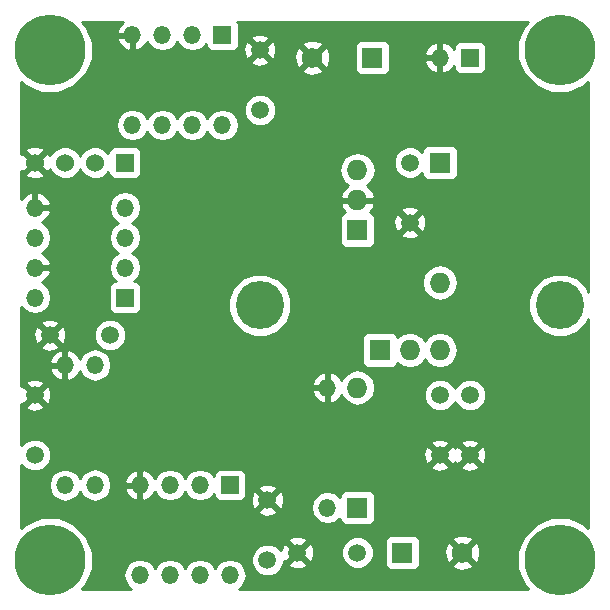
<source format=gbl>
G04 (created by PCBNEW (22-Jun-2014 BZR 4027)-stable) date Sun 25 Feb 2018 06:50:33 PM CST*
%MOIN*%
G04 Gerber Fmt 3.4, Leading zero omitted, Abs format*
%FSLAX34Y34*%
G01*
G70*
G90*
G04 APERTURE LIST*
%ADD10C,0.00590551*%
%ADD11R,0.069X0.069*%
%ADD12O,0.069X0.069*%
%ADD13O,0.059X0.059*%
%ADD14C,0.059*%
%ADD15R,0.059X0.059*%
%ADD16C,0.16*%
%ADD17C,0.069*%
%ADD18C,0.23622*%
%ADD19R,0.06X0.06*%
%ADD20C,0.06*%
%ADD21C,0.01*%
G04 APERTURE END LIST*
G54D10*
G54D11*
X59500Y-55750D03*
G54D12*
X59500Y-54750D03*
X59500Y-53750D03*
G54D11*
X60250Y-59750D03*
G54D12*
X61250Y-59750D03*
X62250Y-59750D03*
G54D13*
X50750Y-60250D03*
X50750Y-64250D03*
X49750Y-64250D03*
X49750Y-60250D03*
G54D14*
X56500Y-66750D03*
X56500Y-64750D03*
X56250Y-51750D03*
X56250Y-49750D03*
X51250Y-59250D03*
X49250Y-59250D03*
G54D15*
X55250Y-64250D03*
G54D13*
X54250Y-64250D03*
X53250Y-64250D03*
X52250Y-64250D03*
X52250Y-67250D03*
X53250Y-67250D03*
X55250Y-67250D03*
X54250Y-67250D03*
G54D15*
X51750Y-58000D03*
G54D13*
X51750Y-57000D03*
X51750Y-56000D03*
X51750Y-55000D03*
X48750Y-55000D03*
X48750Y-56000D03*
X48750Y-58000D03*
X48750Y-57000D03*
G54D15*
X55000Y-49250D03*
G54D13*
X54000Y-49250D03*
X53000Y-49250D03*
X52000Y-49250D03*
X52000Y-52250D03*
X53000Y-52250D03*
X55000Y-52250D03*
X54000Y-52250D03*
G54D16*
X66250Y-58250D03*
X56250Y-58250D03*
G54D11*
X61000Y-66500D03*
G54D17*
X63000Y-66500D03*
G54D11*
X60000Y-50000D03*
G54D17*
X58000Y-50000D03*
G54D18*
X49250Y-49750D03*
X49250Y-66750D03*
X66250Y-49750D03*
X66250Y-66750D03*
G54D14*
X63250Y-61250D03*
X63250Y-63250D03*
X62250Y-61250D03*
X62250Y-63250D03*
G54D13*
X58500Y-65000D03*
X58500Y-61000D03*
G54D15*
X63250Y-50000D03*
G54D13*
X62250Y-50000D03*
G54D14*
X59500Y-66500D03*
X57500Y-66500D03*
X61250Y-53500D03*
X61250Y-55500D03*
X48750Y-63250D03*
X48750Y-61250D03*
G54D19*
X51750Y-53500D03*
G54D20*
X50750Y-53500D03*
X49750Y-53500D03*
X48750Y-53500D03*
G54D11*
X59500Y-65000D03*
G54D12*
X59500Y-61000D03*
G54D11*
X62250Y-53500D03*
G54D12*
X62250Y-57500D03*
G54D10*
G36*
X67200Y-65676D02*
X67061Y-65537D01*
X66535Y-65319D01*
X65966Y-65318D01*
X65440Y-65536D01*
X65037Y-65938D01*
X64819Y-66464D01*
X64818Y-67033D01*
X65036Y-67559D01*
X65176Y-67700D01*
X63799Y-67700D01*
X63799Y-63330D01*
X63795Y-63238D01*
X63795Y-61142D01*
X63795Y-61141D01*
X63795Y-50245D01*
X63795Y-49655D01*
X63757Y-49563D01*
X63686Y-49493D01*
X63594Y-49455D01*
X63495Y-49454D01*
X62905Y-49454D01*
X62813Y-49492D01*
X62743Y-49563D01*
X62705Y-49655D01*
X62704Y-49706D01*
X62576Y-49563D01*
X62384Y-49471D01*
X62300Y-49519D01*
X62300Y-49950D01*
X62307Y-49950D01*
X62307Y-50050D01*
X62300Y-50050D01*
X62300Y-50480D01*
X62384Y-50528D01*
X62576Y-50436D01*
X62704Y-50293D01*
X62704Y-50344D01*
X62742Y-50436D01*
X62813Y-50506D01*
X62905Y-50544D01*
X63004Y-50545D01*
X63594Y-50545D01*
X63686Y-50507D01*
X63756Y-50436D01*
X63794Y-50344D01*
X63795Y-50245D01*
X63795Y-61141D01*
X63712Y-60941D01*
X63559Y-60788D01*
X63358Y-60705D01*
X63142Y-60704D01*
X62941Y-60787D01*
X62845Y-60884D01*
X62845Y-53795D01*
X62845Y-53105D01*
X62807Y-53013D01*
X62736Y-52943D01*
X62644Y-52905D01*
X62545Y-52904D01*
X62200Y-52904D01*
X62200Y-50480D01*
X62200Y-50050D01*
X62200Y-49950D01*
X62200Y-49519D01*
X62115Y-49471D01*
X61923Y-49563D01*
X61781Y-49721D01*
X61721Y-49865D01*
X61770Y-49950D01*
X62200Y-49950D01*
X62200Y-50050D01*
X61770Y-50050D01*
X61721Y-50134D01*
X61781Y-50278D01*
X61923Y-50436D01*
X62115Y-50528D01*
X62200Y-50480D01*
X62200Y-52904D01*
X61855Y-52904D01*
X61763Y-52942D01*
X61693Y-53013D01*
X61655Y-53105D01*
X61655Y-53134D01*
X61559Y-53038D01*
X61358Y-52955D01*
X61142Y-52954D01*
X60941Y-53037D01*
X60788Y-53190D01*
X60705Y-53391D01*
X60704Y-53607D01*
X60787Y-53808D01*
X60940Y-53961D01*
X61141Y-54044D01*
X61357Y-54045D01*
X61558Y-53962D01*
X61654Y-53865D01*
X61654Y-53894D01*
X61692Y-53986D01*
X61763Y-54056D01*
X61855Y-54094D01*
X61954Y-54095D01*
X62644Y-54095D01*
X62736Y-54057D01*
X62806Y-53986D01*
X62844Y-53894D01*
X62845Y-53795D01*
X62845Y-60884D01*
X62845Y-60884D01*
X62845Y-59761D01*
X62845Y-59738D01*
X62845Y-57511D01*
X62845Y-57488D01*
X62799Y-57260D01*
X62670Y-57067D01*
X62477Y-56938D01*
X62250Y-56893D01*
X62022Y-56938D01*
X61829Y-57067D01*
X61799Y-57111D01*
X61799Y-55580D01*
X61788Y-55364D01*
X61727Y-55215D01*
X61632Y-55188D01*
X61561Y-55259D01*
X61561Y-55117D01*
X61534Y-55022D01*
X61330Y-54950D01*
X61114Y-54961D01*
X60965Y-55022D01*
X60938Y-55117D01*
X61250Y-55429D01*
X61561Y-55117D01*
X61561Y-55259D01*
X61320Y-55500D01*
X61632Y-55811D01*
X61727Y-55784D01*
X61799Y-55580D01*
X61799Y-57111D01*
X61700Y-57260D01*
X61655Y-57488D01*
X61655Y-57511D01*
X61700Y-57739D01*
X61829Y-57932D01*
X62022Y-58061D01*
X62250Y-58106D01*
X62477Y-58061D01*
X62670Y-57932D01*
X62799Y-57739D01*
X62845Y-57511D01*
X62845Y-59738D01*
X62799Y-59510D01*
X62670Y-59317D01*
X62477Y-59188D01*
X62250Y-59143D01*
X62022Y-59188D01*
X61829Y-59317D01*
X61750Y-59436D01*
X61670Y-59317D01*
X61561Y-59244D01*
X61561Y-55882D01*
X61250Y-55570D01*
X61179Y-55641D01*
X61179Y-55500D01*
X60867Y-55188D01*
X60772Y-55215D01*
X60700Y-55419D01*
X60711Y-55635D01*
X60772Y-55784D01*
X60867Y-55811D01*
X61179Y-55500D01*
X61179Y-55641D01*
X60938Y-55882D01*
X60965Y-55977D01*
X61169Y-56049D01*
X61385Y-56038D01*
X61534Y-55977D01*
X61561Y-55882D01*
X61561Y-59244D01*
X61477Y-59188D01*
X61250Y-59143D01*
X61022Y-59188D01*
X60829Y-59317D01*
X60807Y-59263D01*
X60736Y-59193D01*
X60644Y-59155D01*
X60595Y-59155D01*
X60595Y-50295D01*
X60595Y-49605D01*
X60557Y-49513D01*
X60486Y-49443D01*
X60394Y-49405D01*
X60295Y-49404D01*
X59605Y-49404D01*
X59513Y-49442D01*
X59443Y-49513D01*
X59405Y-49605D01*
X59404Y-49704D01*
X59404Y-50394D01*
X59442Y-50486D01*
X59513Y-50556D01*
X59605Y-50594D01*
X59704Y-50595D01*
X60394Y-50595D01*
X60486Y-50557D01*
X60556Y-50486D01*
X60594Y-50394D01*
X60595Y-50295D01*
X60595Y-59155D01*
X60545Y-59154D01*
X60106Y-59154D01*
X60106Y-53750D01*
X60061Y-53522D01*
X59932Y-53329D01*
X59739Y-53200D01*
X59511Y-53155D01*
X59488Y-53155D01*
X59260Y-53200D01*
X59067Y-53329D01*
X58938Y-53522D01*
X58893Y-53750D01*
X58938Y-53977D01*
X59067Y-54170D01*
X59188Y-54251D01*
X59147Y-54270D01*
X58990Y-54441D01*
X58922Y-54607D01*
X58969Y-54700D01*
X59450Y-54700D01*
X59450Y-54692D01*
X59550Y-54692D01*
X59550Y-54700D01*
X60030Y-54700D01*
X60077Y-54607D01*
X60009Y-54441D01*
X59852Y-54270D01*
X59811Y-54251D01*
X59932Y-54170D01*
X60061Y-53977D01*
X60106Y-53750D01*
X60106Y-59154D01*
X60095Y-59154D01*
X60095Y-56045D01*
X60095Y-55355D01*
X60057Y-55263D01*
X59986Y-55193D01*
X59913Y-55162D01*
X60009Y-55058D01*
X60077Y-54892D01*
X60030Y-54800D01*
X59550Y-54800D01*
X59550Y-54807D01*
X59450Y-54807D01*
X59450Y-54800D01*
X58969Y-54800D01*
X58922Y-54892D01*
X58990Y-55058D01*
X59086Y-55162D01*
X59013Y-55192D01*
X58943Y-55263D01*
X58905Y-55355D01*
X58904Y-55454D01*
X58904Y-56144D01*
X58942Y-56236D01*
X59013Y-56306D01*
X59105Y-56344D01*
X59204Y-56345D01*
X59894Y-56345D01*
X59986Y-56307D01*
X60056Y-56236D01*
X60094Y-56144D01*
X60095Y-56045D01*
X60095Y-59154D01*
X59855Y-59154D01*
X59763Y-59192D01*
X59693Y-59263D01*
X59655Y-59355D01*
X59654Y-59454D01*
X59654Y-60144D01*
X59692Y-60236D01*
X59763Y-60306D01*
X59855Y-60344D01*
X59954Y-60345D01*
X60644Y-60345D01*
X60736Y-60307D01*
X60806Y-60236D01*
X60829Y-60182D01*
X61022Y-60311D01*
X61250Y-60356D01*
X61477Y-60311D01*
X61670Y-60182D01*
X61750Y-60063D01*
X61829Y-60182D01*
X62022Y-60311D01*
X62250Y-60356D01*
X62477Y-60311D01*
X62670Y-60182D01*
X62799Y-59989D01*
X62845Y-59761D01*
X62845Y-60884D01*
X62788Y-60940D01*
X62750Y-61032D01*
X62712Y-60941D01*
X62559Y-60788D01*
X62358Y-60705D01*
X62142Y-60704D01*
X61941Y-60787D01*
X61788Y-60940D01*
X61705Y-61141D01*
X61704Y-61357D01*
X61787Y-61558D01*
X61940Y-61711D01*
X62141Y-61794D01*
X62357Y-61795D01*
X62558Y-61712D01*
X62711Y-61559D01*
X62749Y-61467D01*
X62787Y-61558D01*
X62940Y-61711D01*
X63141Y-61794D01*
X63357Y-61795D01*
X63558Y-61712D01*
X63711Y-61559D01*
X63794Y-61358D01*
X63795Y-61142D01*
X63795Y-63238D01*
X63788Y-63114D01*
X63727Y-62965D01*
X63632Y-62938D01*
X63561Y-63009D01*
X63561Y-62867D01*
X63534Y-62772D01*
X63330Y-62700D01*
X63114Y-62711D01*
X62965Y-62772D01*
X62938Y-62867D01*
X63250Y-63179D01*
X63561Y-62867D01*
X63561Y-63009D01*
X63320Y-63250D01*
X63632Y-63561D01*
X63727Y-63534D01*
X63799Y-63330D01*
X63799Y-67700D01*
X63599Y-67700D01*
X63599Y-66592D01*
X63589Y-66356D01*
X63561Y-66289D01*
X63561Y-63632D01*
X63250Y-63320D01*
X63179Y-63391D01*
X63179Y-63250D01*
X62867Y-62938D01*
X62772Y-62965D01*
X62751Y-63024D01*
X62727Y-62965D01*
X62632Y-62938D01*
X62561Y-63009D01*
X62561Y-62867D01*
X62534Y-62772D01*
X62330Y-62700D01*
X62114Y-62711D01*
X61965Y-62772D01*
X61938Y-62867D01*
X62250Y-63179D01*
X62561Y-62867D01*
X62561Y-63009D01*
X62320Y-63250D01*
X62632Y-63561D01*
X62727Y-63534D01*
X62748Y-63475D01*
X62772Y-63534D01*
X62867Y-63561D01*
X63179Y-63250D01*
X63179Y-63391D01*
X62938Y-63632D01*
X62965Y-63727D01*
X63169Y-63799D01*
X63385Y-63788D01*
X63534Y-63727D01*
X63561Y-63632D01*
X63561Y-66289D01*
X63518Y-66185D01*
X63418Y-66152D01*
X63347Y-66222D01*
X63347Y-66081D01*
X63314Y-65981D01*
X63092Y-65900D01*
X62856Y-65910D01*
X62685Y-65981D01*
X62652Y-66081D01*
X63000Y-66429D01*
X63347Y-66081D01*
X63347Y-66222D01*
X63070Y-66500D01*
X63418Y-66847D01*
X63518Y-66814D01*
X63599Y-66592D01*
X63599Y-67700D01*
X63347Y-67700D01*
X63347Y-66918D01*
X63000Y-66570D01*
X62929Y-66641D01*
X62929Y-66500D01*
X62581Y-66152D01*
X62561Y-66158D01*
X62561Y-63632D01*
X62250Y-63320D01*
X62179Y-63391D01*
X62179Y-63250D01*
X61867Y-62938D01*
X61772Y-62965D01*
X61700Y-63169D01*
X61711Y-63385D01*
X61772Y-63534D01*
X61867Y-63561D01*
X62179Y-63250D01*
X62179Y-63391D01*
X61938Y-63632D01*
X61965Y-63727D01*
X62169Y-63799D01*
X62385Y-63788D01*
X62534Y-63727D01*
X62561Y-63632D01*
X62561Y-66158D01*
X62481Y-66185D01*
X62400Y-66407D01*
X62410Y-66643D01*
X62481Y-66814D01*
X62581Y-66847D01*
X62929Y-66500D01*
X62929Y-66641D01*
X62652Y-66918D01*
X62685Y-67018D01*
X62907Y-67099D01*
X63143Y-67089D01*
X63314Y-67018D01*
X63347Y-66918D01*
X63347Y-67700D01*
X61595Y-67700D01*
X61595Y-66795D01*
X61595Y-66105D01*
X61557Y-66013D01*
X61486Y-65943D01*
X61394Y-65905D01*
X61295Y-65904D01*
X60605Y-65904D01*
X60513Y-65942D01*
X60443Y-66013D01*
X60405Y-66105D01*
X60404Y-66204D01*
X60404Y-66894D01*
X60442Y-66986D01*
X60513Y-67056D01*
X60605Y-67094D01*
X60704Y-67095D01*
X61394Y-67095D01*
X61486Y-67057D01*
X61556Y-66986D01*
X61594Y-66894D01*
X61595Y-66795D01*
X61595Y-67700D01*
X60095Y-67700D01*
X60095Y-65295D01*
X60095Y-64605D01*
X60095Y-64605D01*
X60095Y-61011D01*
X60095Y-60988D01*
X60049Y-60760D01*
X59920Y-60567D01*
X59727Y-60438D01*
X59500Y-60393D01*
X59272Y-60438D01*
X59079Y-60567D01*
X58966Y-60736D01*
X58936Y-60673D01*
X58778Y-60531D01*
X58634Y-60471D01*
X58599Y-60491D01*
X58599Y-50092D01*
X58589Y-49856D01*
X58518Y-49685D01*
X58418Y-49652D01*
X58347Y-49722D01*
X58347Y-49581D01*
X58314Y-49481D01*
X58092Y-49400D01*
X57856Y-49410D01*
X57685Y-49481D01*
X57652Y-49581D01*
X58000Y-49929D01*
X58347Y-49581D01*
X58347Y-49722D01*
X58070Y-50000D01*
X58418Y-50347D01*
X58518Y-50314D01*
X58599Y-50092D01*
X58599Y-60491D01*
X58550Y-60520D01*
X58550Y-60950D01*
X58557Y-60950D01*
X58557Y-61050D01*
X58550Y-61050D01*
X58550Y-61479D01*
X58634Y-61528D01*
X58778Y-61468D01*
X58936Y-61326D01*
X58966Y-61263D01*
X59079Y-61432D01*
X59272Y-61561D01*
X59500Y-61606D01*
X59727Y-61561D01*
X59920Y-61432D01*
X60049Y-61239D01*
X60095Y-61011D01*
X60095Y-64605D01*
X60057Y-64513D01*
X59986Y-64443D01*
X59894Y-64405D01*
X59795Y-64404D01*
X59105Y-64404D01*
X59013Y-64442D01*
X58943Y-64513D01*
X58905Y-64605D01*
X58905Y-64633D01*
X58885Y-64603D01*
X58708Y-64485D01*
X58500Y-64444D01*
X58450Y-64454D01*
X58450Y-61479D01*
X58450Y-61050D01*
X58450Y-60950D01*
X58450Y-60520D01*
X58365Y-60471D01*
X58347Y-60479D01*
X58347Y-50418D01*
X58000Y-50070D01*
X57929Y-50141D01*
X57929Y-50000D01*
X57581Y-49652D01*
X57481Y-49685D01*
X57400Y-49907D01*
X57410Y-50143D01*
X57481Y-50314D01*
X57581Y-50347D01*
X57929Y-50000D01*
X57929Y-50141D01*
X57652Y-50418D01*
X57685Y-50518D01*
X57907Y-50599D01*
X58143Y-50589D01*
X58314Y-50518D01*
X58347Y-50418D01*
X58347Y-60479D01*
X58221Y-60531D01*
X58063Y-60673D01*
X57971Y-60865D01*
X58019Y-60950D01*
X58450Y-60950D01*
X58450Y-61050D01*
X58019Y-61050D01*
X57971Y-61134D01*
X58063Y-61326D01*
X58221Y-61468D01*
X58365Y-61528D01*
X58450Y-61479D01*
X58450Y-64454D01*
X58291Y-64485D01*
X58114Y-64603D01*
X57996Y-64780D01*
X57955Y-64989D01*
X57955Y-65010D01*
X57996Y-65219D01*
X58114Y-65396D01*
X58291Y-65514D01*
X58500Y-65555D01*
X58708Y-65514D01*
X58885Y-65396D01*
X58904Y-65366D01*
X58904Y-65394D01*
X58942Y-65486D01*
X59013Y-65556D01*
X59105Y-65594D01*
X59204Y-65595D01*
X59894Y-65595D01*
X59986Y-65557D01*
X60056Y-65486D01*
X60094Y-65394D01*
X60095Y-65295D01*
X60095Y-67700D01*
X60045Y-67700D01*
X60045Y-66392D01*
X59962Y-66191D01*
X59809Y-66038D01*
X59608Y-65955D01*
X59392Y-65954D01*
X59191Y-66037D01*
X59038Y-66190D01*
X58955Y-66391D01*
X58954Y-66607D01*
X59037Y-66808D01*
X59190Y-66961D01*
X59391Y-67044D01*
X59607Y-67045D01*
X59808Y-66962D01*
X59961Y-66809D01*
X60044Y-66608D01*
X60045Y-66392D01*
X60045Y-67700D01*
X58049Y-67700D01*
X58049Y-66580D01*
X58038Y-66364D01*
X57977Y-66215D01*
X57882Y-66188D01*
X57811Y-66259D01*
X57811Y-66117D01*
X57784Y-66022D01*
X57580Y-65950D01*
X57364Y-65961D01*
X57300Y-65987D01*
X57300Y-58042D01*
X57140Y-57656D01*
X56845Y-57360D01*
X56799Y-57341D01*
X56799Y-49830D01*
X56788Y-49614D01*
X56727Y-49465D01*
X56632Y-49438D01*
X56561Y-49509D01*
X56561Y-49367D01*
X56534Y-49272D01*
X56330Y-49200D01*
X56114Y-49211D01*
X55965Y-49272D01*
X55938Y-49367D01*
X56250Y-49679D01*
X56561Y-49367D01*
X56561Y-49509D01*
X56320Y-49750D01*
X56632Y-50061D01*
X56727Y-50034D01*
X56799Y-49830D01*
X56799Y-57341D01*
X56795Y-57339D01*
X56795Y-51642D01*
X56712Y-51441D01*
X56561Y-51290D01*
X56561Y-50132D01*
X56250Y-49820D01*
X56179Y-49891D01*
X56179Y-49750D01*
X55867Y-49438D01*
X55772Y-49465D01*
X55700Y-49669D01*
X55711Y-49885D01*
X55772Y-50034D01*
X55867Y-50061D01*
X56179Y-49750D01*
X56179Y-49891D01*
X55938Y-50132D01*
X55965Y-50227D01*
X56169Y-50299D01*
X56385Y-50288D01*
X56534Y-50227D01*
X56561Y-50132D01*
X56561Y-51290D01*
X56559Y-51288D01*
X56358Y-51205D01*
X56142Y-51204D01*
X55941Y-51287D01*
X55788Y-51440D01*
X55705Y-51641D01*
X55704Y-51857D01*
X55787Y-52058D01*
X55940Y-52211D01*
X56141Y-52294D01*
X56357Y-52295D01*
X56558Y-52212D01*
X56711Y-52059D01*
X56794Y-51858D01*
X56795Y-51642D01*
X56795Y-57339D01*
X56459Y-57200D01*
X56042Y-57199D01*
X55656Y-57359D01*
X55555Y-57459D01*
X55555Y-52250D01*
X55514Y-52041D01*
X55396Y-51864D01*
X55219Y-51746D01*
X55010Y-51705D01*
X54989Y-51705D01*
X54780Y-51746D01*
X54603Y-51864D01*
X54500Y-52020D01*
X54396Y-51864D01*
X54219Y-51746D01*
X54010Y-51705D01*
X53989Y-51705D01*
X53780Y-51746D01*
X53603Y-51864D01*
X53500Y-52020D01*
X53396Y-51864D01*
X53219Y-51746D01*
X53010Y-51705D01*
X52989Y-51705D01*
X52780Y-51746D01*
X52603Y-51864D01*
X52500Y-52020D01*
X52396Y-51864D01*
X52219Y-51746D01*
X52010Y-51705D01*
X51989Y-51705D01*
X51950Y-51712D01*
X51950Y-49730D01*
X51950Y-49300D01*
X51520Y-49300D01*
X51471Y-49384D01*
X51531Y-49528D01*
X51673Y-49686D01*
X51865Y-49778D01*
X51950Y-49730D01*
X51950Y-51712D01*
X51780Y-51746D01*
X51603Y-51864D01*
X51485Y-52041D01*
X51444Y-52250D01*
X51485Y-52458D01*
X51603Y-52635D01*
X51780Y-52753D01*
X51989Y-52795D01*
X52010Y-52795D01*
X52219Y-52753D01*
X52396Y-52635D01*
X52500Y-52479D01*
X52603Y-52635D01*
X52780Y-52753D01*
X52989Y-52795D01*
X53010Y-52795D01*
X53219Y-52753D01*
X53396Y-52635D01*
X53500Y-52479D01*
X53603Y-52635D01*
X53780Y-52753D01*
X53989Y-52795D01*
X54010Y-52795D01*
X54219Y-52753D01*
X54396Y-52635D01*
X54500Y-52479D01*
X54603Y-52635D01*
X54780Y-52753D01*
X54989Y-52795D01*
X55010Y-52795D01*
X55219Y-52753D01*
X55396Y-52635D01*
X55514Y-52458D01*
X55555Y-52250D01*
X55555Y-57459D01*
X55360Y-57654D01*
X55200Y-58040D01*
X55199Y-58457D01*
X55359Y-58844D01*
X55654Y-59139D01*
X56040Y-59299D01*
X56457Y-59300D01*
X56844Y-59140D01*
X57139Y-58845D01*
X57299Y-58459D01*
X57300Y-58042D01*
X57300Y-65987D01*
X57215Y-66022D01*
X57188Y-66117D01*
X57500Y-66429D01*
X57811Y-66117D01*
X57811Y-66259D01*
X57570Y-66500D01*
X57882Y-66811D01*
X57977Y-66784D01*
X58049Y-66580D01*
X58049Y-67700D01*
X57811Y-67700D01*
X57811Y-66882D01*
X57500Y-66570D01*
X57429Y-66641D01*
X57429Y-66500D01*
X57117Y-66188D01*
X57049Y-66207D01*
X57049Y-64830D01*
X57038Y-64614D01*
X56977Y-64465D01*
X56882Y-64438D01*
X56811Y-64509D01*
X56811Y-64367D01*
X56784Y-64272D01*
X56580Y-64200D01*
X56364Y-64211D01*
X56215Y-64272D01*
X56188Y-64367D01*
X56500Y-64679D01*
X56811Y-64367D01*
X56811Y-64509D01*
X56570Y-64750D01*
X56882Y-65061D01*
X56977Y-65034D01*
X57049Y-64830D01*
X57049Y-66207D01*
X57022Y-66215D01*
X56950Y-66419D01*
X56950Y-66430D01*
X56811Y-66290D01*
X56811Y-65132D01*
X56500Y-64820D01*
X56429Y-64891D01*
X56429Y-64750D01*
X56117Y-64438D01*
X56022Y-64465D01*
X55950Y-64669D01*
X55961Y-64885D01*
X56022Y-65034D01*
X56117Y-65061D01*
X56429Y-64750D01*
X56429Y-64891D01*
X56188Y-65132D01*
X56215Y-65227D01*
X56419Y-65299D01*
X56635Y-65288D01*
X56784Y-65227D01*
X56811Y-65132D01*
X56811Y-66290D01*
X56809Y-66288D01*
X56608Y-66205D01*
X56392Y-66204D01*
X56191Y-66287D01*
X56038Y-66440D01*
X55955Y-66641D01*
X55954Y-66857D01*
X56037Y-67058D01*
X56190Y-67211D01*
X56391Y-67294D01*
X56607Y-67295D01*
X56808Y-67212D01*
X56961Y-67059D01*
X57044Y-66858D01*
X57044Y-66791D01*
X57117Y-66811D01*
X57429Y-66500D01*
X57429Y-66641D01*
X57188Y-66882D01*
X57215Y-66977D01*
X57419Y-67049D01*
X57635Y-67038D01*
X57784Y-66977D01*
X57811Y-66882D01*
X57811Y-67700D01*
X55549Y-67700D01*
X55646Y-67635D01*
X55764Y-67458D01*
X55805Y-67250D01*
X55795Y-67196D01*
X55795Y-64495D01*
X55795Y-63905D01*
X55757Y-63813D01*
X55686Y-63743D01*
X55594Y-63705D01*
X55495Y-63704D01*
X54905Y-63704D01*
X54813Y-63742D01*
X54743Y-63813D01*
X54705Y-63905D01*
X54705Y-63952D01*
X54646Y-63864D01*
X54469Y-63746D01*
X54260Y-63705D01*
X54239Y-63705D01*
X54030Y-63746D01*
X53853Y-63864D01*
X53750Y-64020D01*
X53646Y-63864D01*
X53469Y-63746D01*
X53260Y-63705D01*
X53239Y-63705D01*
X53030Y-63746D01*
X52853Y-63864D01*
X52742Y-64030D01*
X52718Y-63971D01*
X52576Y-63813D01*
X52384Y-63721D01*
X52300Y-63769D01*
X52300Y-53750D01*
X52300Y-53150D01*
X52262Y-53058D01*
X52191Y-52988D01*
X52099Y-52950D01*
X52000Y-52949D01*
X51400Y-52949D01*
X51308Y-52987D01*
X51238Y-53058D01*
X51200Y-53150D01*
X51200Y-53172D01*
X51061Y-53034D01*
X50859Y-52950D01*
X50641Y-52949D01*
X50438Y-53033D01*
X50284Y-53188D01*
X50250Y-53269D01*
X50216Y-53188D01*
X50061Y-53034D01*
X49859Y-52950D01*
X49641Y-52949D01*
X49438Y-53033D01*
X49284Y-53188D01*
X49252Y-53263D01*
X49231Y-53212D01*
X49135Y-53184D01*
X49065Y-53255D01*
X49065Y-53114D01*
X49037Y-53018D01*
X48831Y-52945D01*
X48613Y-52956D01*
X48462Y-53018D01*
X48434Y-53114D01*
X48750Y-53429D01*
X49065Y-53114D01*
X49065Y-53255D01*
X48820Y-53500D01*
X49135Y-53815D01*
X49231Y-53787D01*
X49250Y-53732D01*
X49283Y-53811D01*
X49438Y-53965D01*
X49640Y-54049D01*
X49858Y-54050D01*
X50061Y-53966D01*
X50215Y-53811D01*
X50249Y-53730D01*
X50283Y-53811D01*
X50438Y-53965D01*
X50640Y-54049D01*
X50858Y-54050D01*
X51061Y-53966D01*
X51199Y-53827D01*
X51199Y-53849D01*
X51237Y-53941D01*
X51308Y-54011D01*
X51400Y-54049D01*
X51499Y-54050D01*
X52099Y-54050D01*
X52191Y-54012D01*
X52261Y-53941D01*
X52299Y-53849D01*
X52300Y-53750D01*
X52300Y-63769D01*
X52300Y-63769D01*
X52300Y-64200D01*
X52307Y-64200D01*
X52307Y-64300D01*
X52300Y-64300D01*
X52300Y-64730D01*
X52384Y-64778D01*
X52576Y-64686D01*
X52718Y-64528D01*
X52742Y-64469D01*
X52853Y-64635D01*
X53030Y-64753D01*
X53239Y-64795D01*
X53260Y-64795D01*
X53469Y-64753D01*
X53646Y-64635D01*
X53750Y-64479D01*
X53853Y-64635D01*
X54030Y-64753D01*
X54239Y-64795D01*
X54260Y-64795D01*
X54469Y-64753D01*
X54646Y-64635D01*
X54704Y-64547D01*
X54704Y-64594D01*
X54742Y-64686D01*
X54813Y-64756D01*
X54905Y-64794D01*
X55004Y-64795D01*
X55594Y-64795D01*
X55686Y-64757D01*
X55756Y-64686D01*
X55794Y-64594D01*
X55795Y-64495D01*
X55795Y-67196D01*
X55764Y-67041D01*
X55646Y-66864D01*
X55469Y-66746D01*
X55260Y-66705D01*
X55239Y-66705D01*
X55030Y-66746D01*
X54853Y-66864D01*
X54750Y-67020D01*
X54646Y-66864D01*
X54469Y-66746D01*
X54260Y-66705D01*
X54239Y-66705D01*
X54030Y-66746D01*
X53853Y-66864D01*
X53750Y-67020D01*
X53646Y-66864D01*
X53469Y-66746D01*
X53260Y-66705D01*
X53239Y-66705D01*
X53030Y-66746D01*
X52853Y-66864D01*
X52750Y-67020D01*
X52646Y-66864D01*
X52469Y-66746D01*
X52295Y-66711D01*
X52295Y-58245D01*
X52295Y-57655D01*
X52257Y-57563D01*
X52186Y-57493D01*
X52094Y-57455D01*
X52047Y-57455D01*
X52135Y-57396D01*
X52253Y-57219D01*
X52295Y-57010D01*
X52295Y-56989D01*
X52253Y-56780D01*
X52135Y-56603D01*
X51979Y-56500D01*
X52135Y-56396D01*
X52253Y-56219D01*
X52295Y-56010D01*
X52295Y-55989D01*
X52253Y-55780D01*
X52135Y-55603D01*
X51979Y-55500D01*
X52135Y-55396D01*
X52253Y-55219D01*
X52295Y-55010D01*
X52295Y-54989D01*
X52253Y-54780D01*
X52135Y-54603D01*
X51958Y-54485D01*
X51750Y-54444D01*
X51541Y-54485D01*
X51364Y-54603D01*
X51246Y-54780D01*
X51205Y-54989D01*
X51205Y-55010D01*
X51246Y-55219D01*
X51364Y-55396D01*
X51520Y-55500D01*
X51364Y-55603D01*
X51246Y-55780D01*
X51205Y-55989D01*
X51205Y-56010D01*
X51246Y-56219D01*
X51364Y-56396D01*
X51520Y-56500D01*
X51364Y-56603D01*
X51246Y-56780D01*
X51205Y-56989D01*
X51205Y-57010D01*
X51246Y-57219D01*
X51364Y-57396D01*
X51452Y-57454D01*
X51405Y-57454D01*
X51313Y-57492D01*
X51243Y-57563D01*
X51205Y-57655D01*
X51204Y-57754D01*
X51204Y-58344D01*
X51242Y-58436D01*
X51313Y-58506D01*
X51405Y-58544D01*
X51504Y-58545D01*
X52094Y-58545D01*
X52186Y-58507D01*
X52256Y-58436D01*
X52294Y-58344D01*
X52295Y-58245D01*
X52295Y-66711D01*
X52260Y-66705D01*
X52239Y-66705D01*
X52200Y-66712D01*
X52200Y-64730D01*
X52200Y-64300D01*
X52200Y-64200D01*
X52200Y-63769D01*
X52115Y-63721D01*
X51923Y-63813D01*
X51795Y-63956D01*
X51795Y-59142D01*
X51712Y-58941D01*
X51559Y-58788D01*
X51358Y-58705D01*
X51142Y-58704D01*
X50941Y-58787D01*
X50788Y-58940D01*
X50705Y-59141D01*
X50704Y-59357D01*
X50787Y-59558D01*
X50940Y-59711D01*
X51141Y-59794D01*
X51357Y-59795D01*
X51558Y-59712D01*
X51711Y-59559D01*
X51794Y-59358D01*
X51795Y-59142D01*
X51795Y-63956D01*
X51781Y-63971D01*
X51721Y-64115D01*
X51770Y-64200D01*
X52200Y-64200D01*
X52200Y-64300D01*
X51770Y-64300D01*
X51721Y-64384D01*
X51781Y-64528D01*
X51923Y-64686D01*
X52115Y-64778D01*
X52200Y-64730D01*
X52200Y-66712D01*
X52030Y-66746D01*
X51853Y-66864D01*
X51735Y-67041D01*
X51694Y-67250D01*
X51735Y-67458D01*
X51853Y-67635D01*
X51950Y-67700D01*
X51295Y-67700D01*
X51295Y-64260D01*
X51295Y-64239D01*
X51295Y-60260D01*
X51295Y-60239D01*
X51253Y-60030D01*
X51135Y-59853D01*
X50958Y-59735D01*
X50750Y-59694D01*
X50541Y-59735D01*
X50364Y-59853D01*
X50246Y-60030D01*
X50243Y-60043D01*
X50186Y-59923D01*
X50028Y-59781D01*
X49884Y-59721D01*
X49800Y-59770D01*
X49800Y-60200D01*
X49807Y-60200D01*
X49807Y-60300D01*
X49800Y-60300D01*
X49800Y-60729D01*
X49884Y-60778D01*
X50028Y-60718D01*
X50186Y-60576D01*
X50243Y-60456D01*
X50246Y-60469D01*
X50364Y-60646D01*
X50541Y-60764D01*
X50750Y-60805D01*
X50958Y-60764D01*
X51135Y-60646D01*
X51253Y-60469D01*
X51295Y-60260D01*
X51295Y-64239D01*
X51253Y-64030D01*
X51135Y-63853D01*
X50958Y-63735D01*
X50750Y-63694D01*
X50541Y-63735D01*
X50364Y-63853D01*
X50250Y-64025D01*
X50135Y-63853D01*
X49958Y-63735D01*
X49799Y-63704D01*
X49799Y-59330D01*
X49788Y-59114D01*
X49727Y-58965D01*
X49632Y-58938D01*
X49561Y-59009D01*
X49561Y-58867D01*
X49534Y-58772D01*
X49330Y-58700D01*
X49114Y-58711D01*
X48965Y-58772D01*
X48938Y-58867D01*
X49250Y-59179D01*
X49561Y-58867D01*
X49561Y-59009D01*
X49320Y-59250D01*
X49632Y-59561D01*
X49727Y-59534D01*
X49799Y-59330D01*
X49799Y-63704D01*
X49750Y-63694D01*
X49700Y-63704D01*
X49700Y-60729D01*
X49700Y-60300D01*
X49700Y-60200D01*
X49700Y-59770D01*
X49615Y-59721D01*
X49561Y-59744D01*
X49561Y-59632D01*
X49250Y-59320D01*
X49179Y-59391D01*
X49179Y-59250D01*
X48867Y-58938D01*
X48772Y-58965D01*
X48700Y-59169D01*
X48711Y-59385D01*
X48772Y-59534D01*
X48867Y-59561D01*
X49179Y-59250D01*
X49179Y-59391D01*
X48938Y-59632D01*
X48965Y-59727D01*
X49169Y-59799D01*
X49385Y-59788D01*
X49534Y-59727D01*
X49561Y-59632D01*
X49561Y-59744D01*
X49471Y-59781D01*
X49313Y-59923D01*
X49221Y-60115D01*
X49269Y-60200D01*
X49700Y-60200D01*
X49700Y-60300D01*
X49269Y-60300D01*
X49221Y-60384D01*
X49313Y-60576D01*
X49471Y-60718D01*
X49615Y-60778D01*
X49700Y-60729D01*
X49700Y-63704D01*
X49541Y-63735D01*
X49364Y-63853D01*
X49299Y-63950D01*
X49299Y-61330D01*
X49288Y-61114D01*
X49227Y-60965D01*
X49132Y-60938D01*
X49061Y-61009D01*
X49061Y-60867D01*
X49034Y-60772D01*
X48830Y-60700D01*
X48614Y-60711D01*
X48465Y-60772D01*
X48438Y-60867D01*
X48750Y-61179D01*
X49061Y-60867D01*
X49061Y-61009D01*
X48820Y-61250D01*
X49132Y-61561D01*
X49227Y-61534D01*
X49299Y-61330D01*
X49299Y-63950D01*
X49246Y-64030D01*
X49205Y-64239D01*
X49205Y-64260D01*
X49246Y-64469D01*
X49364Y-64646D01*
X49541Y-64764D01*
X49750Y-64805D01*
X49958Y-64764D01*
X50135Y-64646D01*
X50250Y-64474D01*
X50364Y-64646D01*
X50541Y-64764D01*
X50750Y-64805D01*
X50958Y-64764D01*
X51135Y-64646D01*
X51253Y-64469D01*
X51295Y-64260D01*
X51295Y-67700D01*
X50323Y-67700D01*
X50462Y-67561D01*
X50680Y-67035D01*
X50681Y-66466D01*
X50463Y-65940D01*
X50061Y-65537D01*
X49535Y-65319D01*
X48966Y-65318D01*
X48440Y-65536D01*
X48300Y-65676D01*
X48300Y-63570D01*
X48440Y-63711D01*
X48641Y-63794D01*
X48857Y-63795D01*
X49058Y-63712D01*
X49211Y-63559D01*
X49294Y-63358D01*
X49295Y-63142D01*
X49212Y-62941D01*
X49061Y-62790D01*
X49061Y-61632D01*
X48750Y-61320D01*
X48438Y-61632D01*
X48465Y-61727D01*
X48669Y-61799D01*
X48885Y-61788D01*
X49034Y-61727D01*
X49061Y-61632D01*
X49061Y-62790D01*
X49059Y-62788D01*
X48858Y-62705D01*
X48642Y-62704D01*
X48441Y-62787D01*
X48300Y-62929D01*
X48300Y-61542D01*
X48367Y-61561D01*
X48679Y-61250D01*
X48367Y-60938D01*
X48300Y-60957D01*
X48300Y-58299D01*
X48364Y-58396D01*
X48541Y-58514D01*
X48750Y-58555D01*
X48958Y-58514D01*
X49135Y-58396D01*
X49253Y-58219D01*
X49295Y-58010D01*
X49295Y-57989D01*
X49253Y-57780D01*
X49135Y-57603D01*
X48969Y-57492D01*
X49028Y-57468D01*
X49186Y-57326D01*
X49278Y-57134D01*
X49230Y-57050D01*
X48800Y-57050D01*
X48800Y-57057D01*
X48700Y-57057D01*
X48700Y-57050D01*
X48692Y-57050D01*
X48692Y-56950D01*
X48700Y-56950D01*
X48700Y-56942D01*
X48800Y-56942D01*
X48800Y-56950D01*
X49230Y-56950D01*
X49278Y-56865D01*
X49186Y-56673D01*
X49028Y-56531D01*
X48969Y-56507D01*
X49135Y-56396D01*
X49253Y-56219D01*
X49295Y-56010D01*
X49295Y-55989D01*
X49253Y-55780D01*
X49135Y-55603D01*
X48969Y-55492D01*
X49028Y-55468D01*
X49186Y-55326D01*
X49278Y-55134D01*
X49278Y-54865D01*
X49186Y-54673D01*
X49065Y-54564D01*
X49065Y-53885D01*
X48750Y-53570D01*
X48434Y-53885D01*
X48462Y-53981D01*
X48668Y-54054D01*
X48886Y-54043D01*
X49037Y-53981D01*
X49065Y-53885D01*
X49065Y-54564D01*
X49028Y-54531D01*
X48884Y-54471D01*
X48800Y-54520D01*
X48800Y-54950D01*
X49230Y-54950D01*
X49278Y-54865D01*
X49278Y-55134D01*
X49230Y-55050D01*
X48800Y-55050D01*
X48800Y-55057D01*
X48700Y-55057D01*
X48700Y-55050D01*
X48692Y-55050D01*
X48692Y-54950D01*
X48700Y-54950D01*
X48700Y-54520D01*
X48615Y-54471D01*
X48471Y-54531D01*
X48313Y-54673D01*
X48300Y-54701D01*
X48300Y-53796D01*
X48364Y-53815D01*
X48679Y-53500D01*
X48364Y-53184D01*
X48300Y-53203D01*
X48300Y-50823D01*
X48438Y-50962D01*
X48964Y-51180D01*
X49533Y-51181D01*
X50059Y-50963D01*
X50462Y-50561D01*
X50680Y-50035D01*
X50681Y-49466D01*
X50463Y-48940D01*
X50323Y-48800D01*
X51701Y-48800D01*
X51673Y-48813D01*
X51531Y-48971D01*
X51471Y-49115D01*
X51520Y-49200D01*
X51950Y-49200D01*
X51950Y-49192D01*
X52050Y-49192D01*
X52050Y-49200D01*
X52057Y-49200D01*
X52057Y-49300D01*
X52050Y-49300D01*
X52050Y-49730D01*
X52134Y-49778D01*
X52326Y-49686D01*
X52468Y-49528D01*
X52492Y-49469D01*
X52603Y-49635D01*
X52780Y-49753D01*
X52989Y-49795D01*
X53010Y-49795D01*
X53219Y-49753D01*
X53396Y-49635D01*
X53500Y-49479D01*
X53603Y-49635D01*
X53780Y-49753D01*
X53989Y-49795D01*
X54010Y-49795D01*
X54219Y-49753D01*
X54396Y-49635D01*
X54454Y-49547D01*
X54454Y-49594D01*
X54492Y-49686D01*
X54563Y-49756D01*
X54655Y-49794D01*
X54754Y-49795D01*
X55344Y-49795D01*
X55436Y-49757D01*
X55506Y-49686D01*
X55544Y-49594D01*
X55545Y-49495D01*
X55545Y-48905D01*
X55507Y-48813D01*
X55493Y-48800D01*
X65176Y-48800D01*
X65037Y-48938D01*
X64819Y-49464D01*
X64818Y-50033D01*
X65036Y-50559D01*
X65438Y-50962D01*
X65964Y-51180D01*
X66533Y-51181D01*
X67059Y-50963D01*
X67200Y-50823D01*
X67200Y-57799D01*
X67140Y-57656D01*
X66845Y-57360D01*
X66459Y-57200D01*
X66042Y-57199D01*
X65656Y-57359D01*
X65360Y-57654D01*
X65200Y-58040D01*
X65199Y-58457D01*
X65359Y-58844D01*
X65654Y-59139D01*
X66040Y-59299D01*
X66457Y-59300D01*
X66844Y-59140D01*
X67139Y-58845D01*
X67200Y-58700D01*
X67200Y-65676D01*
X67200Y-65676D01*
G37*
G54D21*
X67200Y-65676D02*
X67061Y-65537D01*
X66535Y-65319D01*
X65966Y-65318D01*
X65440Y-65536D01*
X65037Y-65938D01*
X64819Y-66464D01*
X64818Y-67033D01*
X65036Y-67559D01*
X65176Y-67700D01*
X63799Y-67700D01*
X63799Y-63330D01*
X63795Y-63238D01*
X63795Y-61142D01*
X63795Y-61141D01*
X63795Y-50245D01*
X63795Y-49655D01*
X63757Y-49563D01*
X63686Y-49493D01*
X63594Y-49455D01*
X63495Y-49454D01*
X62905Y-49454D01*
X62813Y-49492D01*
X62743Y-49563D01*
X62705Y-49655D01*
X62704Y-49706D01*
X62576Y-49563D01*
X62384Y-49471D01*
X62300Y-49519D01*
X62300Y-49950D01*
X62307Y-49950D01*
X62307Y-50050D01*
X62300Y-50050D01*
X62300Y-50480D01*
X62384Y-50528D01*
X62576Y-50436D01*
X62704Y-50293D01*
X62704Y-50344D01*
X62742Y-50436D01*
X62813Y-50506D01*
X62905Y-50544D01*
X63004Y-50545D01*
X63594Y-50545D01*
X63686Y-50507D01*
X63756Y-50436D01*
X63794Y-50344D01*
X63795Y-50245D01*
X63795Y-61141D01*
X63712Y-60941D01*
X63559Y-60788D01*
X63358Y-60705D01*
X63142Y-60704D01*
X62941Y-60787D01*
X62845Y-60884D01*
X62845Y-53795D01*
X62845Y-53105D01*
X62807Y-53013D01*
X62736Y-52943D01*
X62644Y-52905D01*
X62545Y-52904D01*
X62200Y-52904D01*
X62200Y-50480D01*
X62200Y-50050D01*
X62200Y-49950D01*
X62200Y-49519D01*
X62115Y-49471D01*
X61923Y-49563D01*
X61781Y-49721D01*
X61721Y-49865D01*
X61770Y-49950D01*
X62200Y-49950D01*
X62200Y-50050D01*
X61770Y-50050D01*
X61721Y-50134D01*
X61781Y-50278D01*
X61923Y-50436D01*
X62115Y-50528D01*
X62200Y-50480D01*
X62200Y-52904D01*
X61855Y-52904D01*
X61763Y-52942D01*
X61693Y-53013D01*
X61655Y-53105D01*
X61655Y-53134D01*
X61559Y-53038D01*
X61358Y-52955D01*
X61142Y-52954D01*
X60941Y-53037D01*
X60788Y-53190D01*
X60705Y-53391D01*
X60704Y-53607D01*
X60787Y-53808D01*
X60940Y-53961D01*
X61141Y-54044D01*
X61357Y-54045D01*
X61558Y-53962D01*
X61654Y-53865D01*
X61654Y-53894D01*
X61692Y-53986D01*
X61763Y-54056D01*
X61855Y-54094D01*
X61954Y-54095D01*
X62644Y-54095D01*
X62736Y-54057D01*
X62806Y-53986D01*
X62844Y-53894D01*
X62845Y-53795D01*
X62845Y-60884D01*
X62845Y-60884D01*
X62845Y-59761D01*
X62845Y-59738D01*
X62845Y-57511D01*
X62845Y-57488D01*
X62799Y-57260D01*
X62670Y-57067D01*
X62477Y-56938D01*
X62250Y-56893D01*
X62022Y-56938D01*
X61829Y-57067D01*
X61799Y-57111D01*
X61799Y-55580D01*
X61788Y-55364D01*
X61727Y-55215D01*
X61632Y-55188D01*
X61561Y-55259D01*
X61561Y-55117D01*
X61534Y-55022D01*
X61330Y-54950D01*
X61114Y-54961D01*
X60965Y-55022D01*
X60938Y-55117D01*
X61250Y-55429D01*
X61561Y-55117D01*
X61561Y-55259D01*
X61320Y-55500D01*
X61632Y-55811D01*
X61727Y-55784D01*
X61799Y-55580D01*
X61799Y-57111D01*
X61700Y-57260D01*
X61655Y-57488D01*
X61655Y-57511D01*
X61700Y-57739D01*
X61829Y-57932D01*
X62022Y-58061D01*
X62250Y-58106D01*
X62477Y-58061D01*
X62670Y-57932D01*
X62799Y-57739D01*
X62845Y-57511D01*
X62845Y-59738D01*
X62799Y-59510D01*
X62670Y-59317D01*
X62477Y-59188D01*
X62250Y-59143D01*
X62022Y-59188D01*
X61829Y-59317D01*
X61750Y-59436D01*
X61670Y-59317D01*
X61561Y-59244D01*
X61561Y-55882D01*
X61250Y-55570D01*
X61179Y-55641D01*
X61179Y-55500D01*
X60867Y-55188D01*
X60772Y-55215D01*
X60700Y-55419D01*
X60711Y-55635D01*
X60772Y-55784D01*
X60867Y-55811D01*
X61179Y-55500D01*
X61179Y-55641D01*
X60938Y-55882D01*
X60965Y-55977D01*
X61169Y-56049D01*
X61385Y-56038D01*
X61534Y-55977D01*
X61561Y-55882D01*
X61561Y-59244D01*
X61477Y-59188D01*
X61250Y-59143D01*
X61022Y-59188D01*
X60829Y-59317D01*
X60807Y-59263D01*
X60736Y-59193D01*
X60644Y-59155D01*
X60595Y-59155D01*
X60595Y-50295D01*
X60595Y-49605D01*
X60557Y-49513D01*
X60486Y-49443D01*
X60394Y-49405D01*
X60295Y-49404D01*
X59605Y-49404D01*
X59513Y-49442D01*
X59443Y-49513D01*
X59405Y-49605D01*
X59404Y-49704D01*
X59404Y-50394D01*
X59442Y-50486D01*
X59513Y-50556D01*
X59605Y-50594D01*
X59704Y-50595D01*
X60394Y-50595D01*
X60486Y-50557D01*
X60556Y-50486D01*
X60594Y-50394D01*
X60595Y-50295D01*
X60595Y-59155D01*
X60545Y-59154D01*
X60106Y-59154D01*
X60106Y-53750D01*
X60061Y-53522D01*
X59932Y-53329D01*
X59739Y-53200D01*
X59511Y-53155D01*
X59488Y-53155D01*
X59260Y-53200D01*
X59067Y-53329D01*
X58938Y-53522D01*
X58893Y-53750D01*
X58938Y-53977D01*
X59067Y-54170D01*
X59188Y-54251D01*
X59147Y-54270D01*
X58990Y-54441D01*
X58922Y-54607D01*
X58969Y-54700D01*
X59450Y-54700D01*
X59450Y-54692D01*
X59550Y-54692D01*
X59550Y-54700D01*
X60030Y-54700D01*
X60077Y-54607D01*
X60009Y-54441D01*
X59852Y-54270D01*
X59811Y-54251D01*
X59932Y-54170D01*
X60061Y-53977D01*
X60106Y-53750D01*
X60106Y-59154D01*
X60095Y-59154D01*
X60095Y-56045D01*
X60095Y-55355D01*
X60057Y-55263D01*
X59986Y-55193D01*
X59913Y-55162D01*
X60009Y-55058D01*
X60077Y-54892D01*
X60030Y-54800D01*
X59550Y-54800D01*
X59550Y-54807D01*
X59450Y-54807D01*
X59450Y-54800D01*
X58969Y-54800D01*
X58922Y-54892D01*
X58990Y-55058D01*
X59086Y-55162D01*
X59013Y-55192D01*
X58943Y-55263D01*
X58905Y-55355D01*
X58904Y-55454D01*
X58904Y-56144D01*
X58942Y-56236D01*
X59013Y-56306D01*
X59105Y-56344D01*
X59204Y-56345D01*
X59894Y-56345D01*
X59986Y-56307D01*
X60056Y-56236D01*
X60094Y-56144D01*
X60095Y-56045D01*
X60095Y-59154D01*
X59855Y-59154D01*
X59763Y-59192D01*
X59693Y-59263D01*
X59655Y-59355D01*
X59654Y-59454D01*
X59654Y-60144D01*
X59692Y-60236D01*
X59763Y-60306D01*
X59855Y-60344D01*
X59954Y-60345D01*
X60644Y-60345D01*
X60736Y-60307D01*
X60806Y-60236D01*
X60829Y-60182D01*
X61022Y-60311D01*
X61250Y-60356D01*
X61477Y-60311D01*
X61670Y-60182D01*
X61750Y-60063D01*
X61829Y-60182D01*
X62022Y-60311D01*
X62250Y-60356D01*
X62477Y-60311D01*
X62670Y-60182D01*
X62799Y-59989D01*
X62845Y-59761D01*
X62845Y-60884D01*
X62788Y-60940D01*
X62750Y-61032D01*
X62712Y-60941D01*
X62559Y-60788D01*
X62358Y-60705D01*
X62142Y-60704D01*
X61941Y-60787D01*
X61788Y-60940D01*
X61705Y-61141D01*
X61704Y-61357D01*
X61787Y-61558D01*
X61940Y-61711D01*
X62141Y-61794D01*
X62357Y-61795D01*
X62558Y-61712D01*
X62711Y-61559D01*
X62749Y-61467D01*
X62787Y-61558D01*
X62940Y-61711D01*
X63141Y-61794D01*
X63357Y-61795D01*
X63558Y-61712D01*
X63711Y-61559D01*
X63794Y-61358D01*
X63795Y-61142D01*
X63795Y-63238D01*
X63788Y-63114D01*
X63727Y-62965D01*
X63632Y-62938D01*
X63561Y-63009D01*
X63561Y-62867D01*
X63534Y-62772D01*
X63330Y-62700D01*
X63114Y-62711D01*
X62965Y-62772D01*
X62938Y-62867D01*
X63250Y-63179D01*
X63561Y-62867D01*
X63561Y-63009D01*
X63320Y-63250D01*
X63632Y-63561D01*
X63727Y-63534D01*
X63799Y-63330D01*
X63799Y-67700D01*
X63599Y-67700D01*
X63599Y-66592D01*
X63589Y-66356D01*
X63561Y-66289D01*
X63561Y-63632D01*
X63250Y-63320D01*
X63179Y-63391D01*
X63179Y-63250D01*
X62867Y-62938D01*
X62772Y-62965D01*
X62751Y-63024D01*
X62727Y-62965D01*
X62632Y-62938D01*
X62561Y-63009D01*
X62561Y-62867D01*
X62534Y-62772D01*
X62330Y-62700D01*
X62114Y-62711D01*
X61965Y-62772D01*
X61938Y-62867D01*
X62250Y-63179D01*
X62561Y-62867D01*
X62561Y-63009D01*
X62320Y-63250D01*
X62632Y-63561D01*
X62727Y-63534D01*
X62748Y-63475D01*
X62772Y-63534D01*
X62867Y-63561D01*
X63179Y-63250D01*
X63179Y-63391D01*
X62938Y-63632D01*
X62965Y-63727D01*
X63169Y-63799D01*
X63385Y-63788D01*
X63534Y-63727D01*
X63561Y-63632D01*
X63561Y-66289D01*
X63518Y-66185D01*
X63418Y-66152D01*
X63347Y-66222D01*
X63347Y-66081D01*
X63314Y-65981D01*
X63092Y-65900D01*
X62856Y-65910D01*
X62685Y-65981D01*
X62652Y-66081D01*
X63000Y-66429D01*
X63347Y-66081D01*
X63347Y-66222D01*
X63070Y-66500D01*
X63418Y-66847D01*
X63518Y-66814D01*
X63599Y-66592D01*
X63599Y-67700D01*
X63347Y-67700D01*
X63347Y-66918D01*
X63000Y-66570D01*
X62929Y-66641D01*
X62929Y-66500D01*
X62581Y-66152D01*
X62561Y-66158D01*
X62561Y-63632D01*
X62250Y-63320D01*
X62179Y-63391D01*
X62179Y-63250D01*
X61867Y-62938D01*
X61772Y-62965D01*
X61700Y-63169D01*
X61711Y-63385D01*
X61772Y-63534D01*
X61867Y-63561D01*
X62179Y-63250D01*
X62179Y-63391D01*
X61938Y-63632D01*
X61965Y-63727D01*
X62169Y-63799D01*
X62385Y-63788D01*
X62534Y-63727D01*
X62561Y-63632D01*
X62561Y-66158D01*
X62481Y-66185D01*
X62400Y-66407D01*
X62410Y-66643D01*
X62481Y-66814D01*
X62581Y-66847D01*
X62929Y-66500D01*
X62929Y-66641D01*
X62652Y-66918D01*
X62685Y-67018D01*
X62907Y-67099D01*
X63143Y-67089D01*
X63314Y-67018D01*
X63347Y-66918D01*
X63347Y-67700D01*
X61595Y-67700D01*
X61595Y-66795D01*
X61595Y-66105D01*
X61557Y-66013D01*
X61486Y-65943D01*
X61394Y-65905D01*
X61295Y-65904D01*
X60605Y-65904D01*
X60513Y-65942D01*
X60443Y-66013D01*
X60405Y-66105D01*
X60404Y-66204D01*
X60404Y-66894D01*
X60442Y-66986D01*
X60513Y-67056D01*
X60605Y-67094D01*
X60704Y-67095D01*
X61394Y-67095D01*
X61486Y-67057D01*
X61556Y-66986D01*
X61594Y-66894D01*
X61595Y-66795D01*
X61595Y-67700D01*
X60095Y-67700D01*
X60095Y-65295D01*
X60095Y-64605D01*
X60095Y-64605D01*
X60095Y-61011D01*
X60095Y-60988D01*
X60049Y-60760D01*
X59920Y-60567D01*
X59727Y-60438D01*
X59500Y-60393D01*
X59272Y-60438D01*
X59079Y-60567D01*
X58966Y-60736D01*
X58936Y-60673D01*
X58778Y-60531D01*
X58634Y-60471D01*
X58599Y-60491D01*
X58599Y-50092D01*
X58589Y-49856D01*
X58518Y-49685D01*
X58418Y-49652D01*
X58347Y-49722D01*
X58347Y-49581D01*
X58314Y-49481D01*
X58092Y-49400D01*
X57856Y-49410D01*
X57685Y-49481D01*
X57652Y-49581D01*
X58000Y-49929D01*
X58347Y-49581D01*
X58347Y-49722D01*
X58070Y-50000D01*
X58418Y-50347D01*
X58518Y-50314D01*
X58599Y-50092D01*
X58599Y-60491D01*
X58550Y-60520D01*
X58550Y-60950D01*
X58557Y-60950D01*
X58557Y-61050D01*
X58550Y-61050D01*
X58550Y-61479D01*
X58634Y-61528D01*
X58778Y-61468D01*
X58936Y-61326D01*
X58966Y-61263D01*
X59079Y-61432D01*
X59272Y-61561D01*
X59500Y-61606D01*
X59727Y-61561D01*
X59920Y-61432D01*
X60049Y-61239D01*
X60095Y-61011D01*
X60095Y-64605D01*
X60057Y-64513D01*
X59986Y-64443D01*
X59894Y-64405D01*
X59795Y-64404D01*
X59105Y-64404D01*
X59013Y-64442D01*
X58943Y-64513D01*
X58905Y-64605D01*
X58905Y-64633D01*
X58885Y-64603D01*
X58708Y-64485D01*
X58500Y-64444D01*
X58450Y-64454D01*
X58450Y-61479D01*
X58450Y-61050D01*
X58450Y-60950D01*
X58450Y-60520D01*
X58365Y-60471D01*
X58347Y-60479D01*
X58347Y-50418D01*
X58000Y-50070D01*
X57929Y-50141D01*
X57929Y-50000D01*
X57581Y-49652D01*
X57481Y-49685D01*
X57400Y-49907D01*
X57410Y-50143D01*
X57481Y-50314D01*
X57581Y-50347D01*
X57929Y-50000D01*
X57929Y-50141D01*
X57652Y-50418D01*
X57685Y-50518D01*
X57907Y-50599D01*
X58143Y-50589D01*
X58314Y-50518D01*
X58347Y-50418D01*
X58347Y-60479D01*
X58221Y-60531D01*
X58063Y-60673D01*
X57971Y-60865D01*
X58019Y-60950D01*
X58450Y-60950D01*
X58450Y-61050D01*
X58019Y-61050D01*
X57971Y-61134D01*
X58063Y-61326D01*
X58221Y-61468D01*
X58365Y-61528D01*
X58450Y-61479D01*
X58450Y-64454D01*
X58291Y-64485D01*
X58114Y-64603D01*
X57996Y-64780D01*
X57955Y-64989D01*
X57955Y-65010D01*
X57996Y-65219D01*
X58114Y-65396D01*
X58291Y-65514D01*
X58500Y-65555D01*
X58708Y-65514D01*
X58885Y-65396D01*
X58904Y-65366D01*
X58904Y-65394D01*
X58942Y-65486D01*
X59013Y-65556D01*
X59105Y-65594D01*
X59204Y-65595D01*
X59894Y-65595D01*
X59986Y-65557D01*
X60056Y-65486D01*
X60094Y-65394D01*
X60095Y-65295D01*
X60095Y-67700D01*
X60045Y-67700D01*
X60045Y-66392D01*
X59962Y-66191D01*
X59809Y-66038D01*
X59608Y-65955D01*
X59392Y-65954D01*
X59191Y-66037D01*
X59038Y-66190D01*
X58955Y-66391D01*
X58954Y-66607D01*
X59037Y-66808D01*
X59190Y-66961D01*
X59391Y-67044D01*
X59607Y-67045D01*
X59808Y-66962D01*
X59961Y-66809D01*
X60044Y-66608D01*
X60045Y-66392D01*
X60045Y-67700D01*
X58049Y-67700D01*
X58049Y-66580D01*
X58038Y-66364D01*
X57977Y-66215D01*
X57882Y-66188D01*
X57811Y-66259D01*
X57811Y-66117D01*
X57784Y-66022D01*
X57580Y-65950D01*
X57364Y-65961D01*
X57300Y-65987D01*
X57300Y-58042D01*
X57140Y-57656D01*
X56845Y-57360D01*
X56799Y-57341D01*
X56799Y-49830D01*
X56788Y-49614D01*
X56727Y-49465D01*
X56632Y-49438D01*
X56561Y-49509D01*
X56561Y-49367D01*
X56534Y-49272D01*
X56330Y-49200D01*
X56114Y-49211D01*
X55965Y-49272D01*
X55938Y-49367D01*
X56250Y-49679D01*
X56561Y-49367D01*
X56561Y-49509D01*
X56320Y-49750D01*
X56632Y-50061D01*
X56727Y-50034D01*
X56799Y-49830D01*
X56799Y-57341D01*
X56795Y-57339D01*
X56795Y-51642D01*
X56712Y-51441D01*
X56561Y-51290D01*
X56561Y-50132D01*
X56250Y-49820D01*
X56179Y-49891D01*
X56179Y-49750D01*
X55867Y-49438D01*
X55772Y-49465D01*
X55700Y-49669D01*
X55711Y-49885D01*
X55772Y-50034D01*
X55867Y-50061D01*
X56179Y-49750D01*
X56179Y-49891D01*
X55938Y-50132D01*
X55965Y-50227D01*
X56169Y-50299D01*
X56385Y-50288D01*
X56534Y-50227D01*
X56561Y-50132D01*
X56561Y-51290D01*
X56559Y-51288D01*
X56358Y-51205D01*
X56142Y-51204D01*
X55941Y-51287D01*
X55788Y-51440D01*
X55705Y-51641D01*
X55704Y-51857D01*
X55787Y-52058D01*
X55940Y-52211D01*
X56141Y-52294D01*
X56357Y-52295D01*
X56558Y-52212D01*
X56711Y-52059D01*
X56794Y-51858D01*
X56795Y-51642D01*
X56795Y-57339D01*
X56459Y-57200D01*
X56042Y-57199D01*
X55656Y-57359D01*
X55555Y-57459D01*
X55555Y-52250D01*
X55514Y-52041D01*
X55396Y-51864D01*
X55219Y-51746D01*
X55010Y-51705D01*
X54989Y-51705D01*
X54780Y-51746D01*
X54603Y-51864D01*
X54500Y-52020D01*
X54396Y-51864D01*
X54219Y-51746D01*
X54010Y-51705D01*
X53989Y-51705D01*
X53780Y-51746D01*
X53603Y-51864D01*
X53500Y-52020D01*
X53396Y-51864D01*
X53219Y-51746D01*
X53010Y-51705D01*
X52989Y-51705D01*
X52780Y-51746D01*
X52603Y-51864D01*
X52500Y-52020D01*
X52396Y-51864D01*
X52219Y-51746D01*
X52010Y-51705D01*
X51989Y-51705D01*
X51950Y-51712D01*
X51950Y-49730D01*
X51950Y-49300D01*
X51520Y-49300D01*
X51471Y-49384D01*
X51531Y-49528D01*
X51673Y-49686D01*
X51865Y-49778D01*
X51950Y-49730D01*
X51950Y-51712D01*
X51780Y-51746D01*
X51603Y-51864D01*
X51485Y-52041D01*
X51444Y-52250D01*
X51485Y-52458D01*
X51603Y-52635D01*
X51780Y-52753D01*
X51989Y-52795D01*
X52010Y-52795D01*
X52219Y-52753D01*
X52396Y-52635D01*
X52500Y-52479D01*
X52603Y-52635D01*
X52780Y-52753D01*
X52989Y-52795D01*
X53010Y-52795D01*
X53219Y-52753D01*
X53396Y-52635D01*
X53500Y-52479D01*
X53603Y-52635D01*
X53780Y-52753D01*
X53989Y-52795D01*
X54010Y-52795D01*
X54219Y-52753D01*
X54396Y-52635D01*
X54500Y-52479D01*
X54603Y-52635D01*
X54780Y-52753D01*
X54989Y-52795D01*
X55010Y-52795D01*
X55219Y-52753D01*
X55396Y-52635D01*
X55514Y-52458D01*
X55555Y-52250D01*
X55555Y-57459D01*
X55360Y-57654D01*
X55200Y-58040D01*
X55199Y-58457D01*
X55359Y-58844D01*
X55654Y-59139D01*
X56040Y-59299D01*
X56457Y-59300D01*
X56844Y-59140D01*
X57139Y-58845D01*
X57299Y-58459D01*
X57300Y-58042D01*
X57300Y-65987D01*
X57215Y-66022D01*
X57188Y-66117D01*
X57500Y-66429D01*
X57811Y-66117D01*
X57811Y-66259D01*
X57570Y-66500D01*
X57882Y-66811D01*
X57977Y-66784D01*
X58049Y-66580D01*
X58049Y-67700D01*
X57811Y-67700D01*
X57811Y-66882D01*
X57500Y-66570D01*
X57429Y-66641D01*
X57429Y-66500D01*
X57117Y-66188D01*
X57049Y-66207D01*
X57049Y-64830D01*
X57038Y-64614D01*
X56977Y-64465D01*
X56882Y-64438D01*
X56811Y-64509D01*
X56811Y-64367D01*
X56784Y-64272D01*
X56580Y-64200D01*
X56364Y-64211D01*
X56215Y-64272D01*
X56188Y-64367D01*
X56500Y-64679D01*
X56811Y-64367D01*
X56811Y-64509D01*
X56570Y-64750D01*
X56882Y-65061D01*
X56977Y-65034D01*
X57049Y-64830D01*
X57049Y-66207D01*
X57022Y-66215D01*
X56950Y-66419D01*
X56950Y-66430D01*
X56811Y-66290D01*
X56811Y-65132D01*
X56500Y-64820D01*
X56429Y-64891D01*
X56429Y-64750D01*
X56117Y-64438D01*
X56022Y-64465D01*
X55950Y-64669D01*
X55961Y-64885D01*
X56022Y-65034D01*
X56117Y-65061D01*
X56429Y-64750D01*
X56429Y-64891D01*
X56188Y-65132D01*
X56215Y-65227D01*
X56419Y-65299D01*
X56635Y-65288D01*
X56784Y-65227D01*
X56811Y-65132D01*
X56811Y-66290D01*
X56809Y-66288D01*
X56608Y-66205D01*
X56392Y-66204D01*
X56191Y-66287D01*
X56038Y-66440D01*
X55955Y-66641D01*
X55954Y-66857D01*
X56037Y-67058D01*
X56190Y-67211D01*
X56391Y-67294D01*
X56607Y-67295D01*
X56808Y-67212D01*
X56961Y-67059D01*
X57044Y-66858D01*
X57044Y-66791D01*
X57117Y-66811D01*
X57429Y-66500D01*
X57429Y-66641D01*
X57188Y-66882D01*
X57215Y-66977D01*
X57419Y-67049D01*
X57635Y-67038D01*
X57784Y-66977D01*
X57811Y-66882D01*
X57811Y-67700D01*
X55549Y-67700D01*
X55646Y-67635D01*
X55764Y-67458D01*
X55805Y-67250D01*
X55795Y-67196D01*
X55795Y-64495D01*
X55795Y-63905D01*
X55757Y-63813D01*
X55686Y-63743D01*
X55594Y-63705D01*
X55495Y-63704D01*
X54905Y-63704D01*
X54813Y-63742D01*
X54743Y-63813D01*
X54705Y-63905D01*
X54705Y-63952D01*
X54646Y-63864D01*
X54469Y-63746D01*
X54260Y-63705D01*
X54239Y-63705D01*
X54030Y-63746D01*
X53853Y-63864D01*
X53750Y-64020D01*
X53646Y-63864D01*
X53469Y-63746D01*
X53260Y-63705D01*
X53239Y-63705D01*
X53030Y-63746D01*
X52853Y-63864D01*
X52742Y-64030D01*
X52718Y-63971D01*
X52576Y-63813D01*
X52384Y-63721D01*
X52300Y-63769D01*
X52300Y-53750D01*
X52300Y-53150D01*
X52262Y-53058D01*
X52191Y-52988D01*
X52099Y-52950D01*
X52000Y-52949D01*
X51400Y-52949D01*
X51308Y-52987D01*
X51238Y-53058D01*
X51200Y-53150D01*
X51200Y-53172D01*
X51061Y-53034D01*
X50859Y-52950D01*
X50641Y-52949D01*
X50438Y-53033D01*
X50284Y-53188D01*
X50250Y-53269D01*
X50216Y-53188D01*
X50061Y-53034D01*
X49859Y-52950D01*
X49641Y-52949D01*
X49438Y-53033D01*
X49284Y-53188D01*
X49252Y-53263D01*
X49231Y-53212D01*
X49135Y-53184D01*
X49065Y-53255D01*
X49065Y-53114D01*
X49037Y-53018D01*
X48831Y-52945D01*
X48613Y-52956D01*
X48462Y-53018D01*
X48434Y-53114D01*
X48750Y-53429D01*
X49065Y-53114D01*
X49065Y-53255D01*
X48820Y-53500D01*
X49135Y-53815D01*
X49231Y-53787D01*
X49250Y-53732D01*
X49283Y-53811D01*
X49438Y-53965D01*
X49640Y-54049D01*
X49858Y-54050D01*
X50061Y-53966D01*
X50215Y-53811D01*
X50249Y-53730D01*
X50283Y-53811D01*
X50438Y-53965D01*
X50640Y-54049D01*
X50858Y-54050D01*
X51061Y-53966D01*
X51199Y-53827D01*
X51199Y-53849D01*
X51237Y-53941D01*
X51308Y-54011D01*
X51400Y-54049D01*
X51499Y-54050D01*
X52099Y-54050D01*
X52191Y-54012D01*
X52261Y-53941D01*
X52299Y-53849D01*
X52300Y-53750D01*
X52300Y-63769D01*
X52300Y-63769D01*
X52300Y-64200D01*
X52307Y-64200D01*
X52307Y-64300D01*
X52300Y-64300D01*
X52300Y-64730D01*
X52384Y-64778D01*
X52576Y-64686D01*
X52718Y-64528D01*
X52742Y-64469D01*
X52853Y-64635D01*
X53030Y-64753D01*
X53239Y-64795D01*
X53260Y-64795D01*
X53469Y-64753D01*
X53646Y-64635D01*
X53750Y-64479D01*
X53853Y-64635D01*
X54030Y-64753D01*
X54239Y-64795D01*
X54260Y-64795D01*
X54469Y-64753D01*
X54646Y-64635D01*
X54704Y-64547D01*
X54704Y-64594D01*
X54742Y-64686D01*
X54813Y-64756D01*
X54905Y-64794D01*
X55004Y-64795D01*
X55594Y-64795D01*
X55686Y-64757D01*
X55756Y-64686D01*
X55794Y-64594D01*
X55795Y-64495D01*
X55795Y-67196D01*
X55764Y-67041D01*
X55646Y-66864D01*
X55469Y-66746D01*
X55260Y-66705D01*
X55239Y-66705D01*
X55030Y-66746D01*
X54853Y-66864D01*
X54750Y-67020D01*
X54646Y-66864D01*
X54469Y-66746D01*
X54260Y-66705D01*
X54239Y-66705D01*
X54030Y-66746D01*
X53853Y-66864D01*
X53750Y-67020D01*
X53646Y-66864D01*
X53469Y-66746D01*
X53260Y-66705D01*
X53239Y-66705D01*
X53030Y-66746D01*
X52853Y-66864D01*
X52750Y-67020D01*
X52646Y-66864D01*
X52469Y-66746D01*
X52295Y-66711D01*
X52295Y-58245D01*
X52295Y-57655D01*
X52257Y-57563D01*
X52186Y-57493D01*
X52094Y-57455D01*
X52047Y-57455D01*
X52135Y-57396D01*
X52253Y-57219D01*
X52295Y-57010D01*
X52295Y-56989D01*
X52253Y-56780D01*
X52135Y-56603D01*
X51979Y-56500D01*
X52135Y-56396D01*
X52253Y-56219D01*
X52295Y-56010D01*
X52295Y-55989D01*
X52253Y-55780D01*
X52135Y-55603D01*
X51979Y-55500D01*
X52135Y-55396D01*
X52253Y-55219D01*
X52295Y-55010D01*
X52295Y-54989D01*
X52253Y-54780D01*
X52135Y-54603D01*
X51958Y-54485D01*
X51750Y-54444D01*
X51541Y-54485D01*
X51364Y-54603D01*
X51246Y-54780D01*
X51205Y-54989D01*
X51205Y-55010D01*
X51246Y-55219D01*
X51364Y-55396D01*
X51520Y-55500D01*
X51364Y-55603D01*
X51246Y-55780D01*
X51205Y-55989D01*
X51205Y-56010D01*
X51246Y-56219D01*
X51364Y-56396D01*
X51520Y-56500D01*
X51364Y-56603D01*
X51246Y-56780D01*
X51205Y-56989D01*
X51205Y-57010D01*
X51246Y-57219D01*
X51364Y-57396D01*
X51452Y-57454D01*
X51405Y-57454D01*
X51313Y-57492D01*
X51243Y-57563D01*
X51205Y-57655D01*
X51204Y-57754D01*
X51204Y-58344D01*
X51242Y-58436D01*
X51313Y-58506D01*
X51405Y-58544D01*
X51504Y-58545D01*
X52094Y-58545D01*
X52186Y-58507D01*
X52256Y-58436D01*
X52294Y-58344D01*
X52295Y-58245D01*
X52295Y-66711D01*
X52260Y-66705D01*
X52239Y-66705D01*
X52200Y-66712D01*
X52200Y-64730D01*
X52200Y-64300D01*
X52200Y-64200D01*
X52200Y-63769D01*
X52115Y-63721D01*
X51923Y-63813D01*
X51795Y-63956D01*
X51795Y-59142D01*
X51712Y-58941D01*
X51559Y-58788D01*
X51358Y-58705D01*
X51142Y-58704D01*
X50941Y-58787D01*
X50788Y-58940D01*
X50705Y-59141D01*
X50704Y-59357D01*
X50787Y-59558D01*
X50940Y-59711D01*
X51141Y-59794D01*
X51357Y-59795D01*
X51558Y-59712D01*
X51711Y-59559D01*
X51794Y-59358D01*
X51795Y-59142D01*
X51795Y-63956D01*
X51781Y-63971D01*
X51721Y-64115D01*
X51770Y-64200D01*
X52200Y-64200D01*
X52200Y-64300D01*
X51770Y-64300D01*
X51721Y-64384D01*
X51781Y-64528D01*
X51923Y-64686D01*
X52115Y-64778D01*
X52200Y-64730D01*
X52200Y-66712D01*
X52030Y-66746D01*
X51853Y-66864D01*
X51735Y-67041D01*
X51694Y-67250D01*
X51735Y-67458D01*
X51853Y-67635D01*
X51950Y-67700D01*
X51295Y-67700D01*
X51295Y-64260D01*
X51295Y-64239D01*
X51295Y-60260D01*
X51295Y-60239D01*
X51253Y-60030D01*
X51135Y-59853D01*
X50958Y-59735D01*
X50750Y-59694D01*
X50541Y-59735D01*
X50364Y-59853D01*
X50246Y-60030D01*
X50243Y-60043D01*
X50186Y-59923D01*
X50028Y-59781D01*
X49884Y-59721D01*
X49800Y-59770D01*
X49800Y-60200D01*
X49807Y-60200D01*
X49807Y-60300D01*
X49800Y-60300D01*
X49800Y-60729D01*
X49884Y-60778D01*
X50028Y-60718D01*
X50186Y-60576D01*
X50243Y-60456D01*
X50246Y-60469D01*
X50364Y-60646D01*
X50541Y-60764D01*
X50750Y-60805D01*
X50958Y-60764D01*
X51135Y-60646D01*
X51253Y-60469D01*
X51295Y-60260D01*
X51295Y-64239D01*
X51253Y-64030D01*
X51135Y-63853D01*
X50958Y-63735D01*
X50750Y-63694D01*
X50541Y-63735D01*
X50364Y-63853D01*
X50250Y-64025D01*
X50135Y-63853D01*
X49958Y-63735D01*
X49799Y-63704D01*
X49799Y-59330D01*
X49788Y-59114D01*
X49727Y-58965D01*
X49632Y-58938D01*
X49561Y-59009D01*
X49561Y-58867D01*
X49534Y-58772D01*
X49330Y-58700D01*
X49114Y-58711D01*
X48965Y-58772D01*
X48938Y-58867D01*
X49250Y-59179D01*
X49561Y-58867D01*
X49561Y-59009D01*
X49320Y-59250D01*
X49632Y-59561D01*
X49727Y-59534D01*
X49799Y-59330D01*
X49799Y-63704D01*
X49750Y-63694D01*
X49700Y-63704D01*
X49700Y-60729D01*
X49700Y-60300D01*
X49700Y-60200D01*
X49700Y-59770D01*
X49615Y-59721D01*
X49561Y-59744D01*
X49561Y-59632D01*
X49250Y-59320D01*
X49179Y-59391D01*
X49179Y-59250D01*
X48867Y-58938D01*
X48772Y-58965D01*
X48700Y-59169D01*
X48711Y-59385D01*
X48772Y-59534D01*
X48867Y-59561D01*
X49179Y-59250D01*
X49179Y-59391D01*
X48938Y-59632D01*
X48965Y-59727D01*
X49169Y-59799D01*
X49385Y-59788D01*
X49534Y-59727D01*
X49561Y-59632D01*
X49561Y-59744D01*
X49471Y-59781D01*
X49313Y-59923D01*
X49221Y-60115D01*
X49269Y-60200D01*
X49700Y-60200D01*
X49700Y-60300D01*
X49269Y-60300D01*
X49221Y-60384D01*
X49313Y-60576D01*
X49471Y-60718D01*
X49615Y-60778D01*
X49700Y-60729D01*
X49700Y-63704D01*
X49541Y-63735D01*
X49364Y-63853D01*
X49299Y-63950D01*
X49299Y-61330D01*
X49288Y-61114D01*
X49227Y-60965D01*
X49132Y-60938D01*
X49061Y-61009D01*
X49061Y-60867D01*
X49034Y-60772D01*
X48830Y-60700D01*
X48614Y-60711D01*
X48465Y-60772D01*
X48438Y-60867D01*
X48750Y-61179D01*
X49061Y-60867D01*
X49061Y-61009D01*
X48820Y-61250D01*
X49132Y-61561D01*
X49227Y-61534D01*
X49299Y-61330D01*
X49299Y-63950D01*
X49246Y-64030D01*
X49205Y-64239D01*
X49205Y-64260D01*
X49246Y-64469D01*
X49364Y-64646D01*
X49541Y-64764D01*
X49750Y-64805D01*
X49958Y-64764D01*
X50135Y-64646D01*
X50250Y-64474D01*
X50364Y-64646D01*
X50541Y-64764D01*
X50750Y-64805D01*
X50958Y-64764D01*
X51135Y-64646D01*
X51253Y-64469D01*
X51295Y-64260D01*
X51295Y-67700D01*
X50323Y-67700D01*
X50462Y-67561D01*
X50680Y-67035D01*
X50681Y-66466D01*
X50463Y-65940D01*
X50061Y-65537D01*
X49535Y-65319D01*
X48966Y-65318D01*
X48440Y-65536D01*
X48300Y-65676D01*
X48300Y-63570D01*
X48440Y-63711D01*
X48641Y-63794D01*
X48857Y-63795D01*
X49058Y-63712D01*
X49211Y-63559D01*
X49294Y-63358D01*
X49295Y-63142D01*
X49212Y-62941D01*
X49061Y-62790D01*
X49061Y-61632D01*
X48750Y-61320D01*
X48438Y-61632D01*
X48465Y-61727D01*
X48669Y-61799D01*
X48885Y-61788D01*
X49034Y-61727D01*
X49061Y-61632D01*
X49061Y-62790D01*
X49059Y-62788D01*
X48858Y-62705D01*
X48642Y-62704D01*
X48441Y-62787D01*
X48300Y-62929D01*
X48300Y-61542D01*
X48367Y-61561D01*
X48679Y-61250D01*
X48367Y-60938D01*
X48300Y-60957D01*
X48300Y-58299D01*
X48364Y-58396D01*
X48541Y-58514D01*
X48750Y-58555D01*
X48958Y-58514D01*
X49135Y-58396D01*
X49253Y-58219D01*
X49295Y-58010D01*
X49295Y-57989D01*
X49253Y-57780D01*
X49135Y-57603D01*
X48969Y-57492D01*
X49028Y-57468D01*
X49186Y-57326D01*
X49278Y-57134D01*
X49230Y-57050D01*
X48800Y-57050D01*
X48800Y-57057D01*
X48700Y-57057D01*
X48700Y-57050D01*
X48692Y-57050D01*
X48692Y-56950D01*
X48700Y-56950D01*
X48700Y-56942D01*
X48800Y-56942D01*
X48800Y-56950D01*
X49230Y-56950D01*
X49278Y-56865D01*
X49186Y-56673D01*
X49028Y-56531D01*
X48969Y-56507D01*
X49135Y-56396D01*
X49253Y-56219D01*
X49295Y-56010D01*
X49295Y-55989D01*
X49253Y-55780D01*
X49135Y-55603D01*
X48969Y-55492D01*
X49028Y-55468D01*
X49186Y-55326D01*
X49278Y-55134D01*
X49278Y-54865D01*
X49186Y-54673D01*
X49065Y-54564D01*
X49065Y-53885D01*
X48750Y-53570D01*
X48434Y-53885D01*
X48462Y-53981D01*
X48668Y-54054D01*
X48886Y-54043D01*
X49037Y-53981D01*
X49065Y-53885D01*
X49065Y-54564D01*
X49028Y-54531D01*
X48884Y-54471D01*
X48800Y-54520D01*
X48800Y-54950D01*
X49230Y-54950D01*
X49278Y-54865D01*
X49278Y-55134D01*
X49230Y-55050D01*
X48800Y-55050D01*
X48800Y-55057D01*
X48700Y-55057D01*
X48700Y-55050D01*
X48692Y-55050D01*
X48692Y-54950D01*
X48700Y-54950D01*
X48700Y-54520D01*
X48615Y-54471D01*
X48471Y-54531D01*
X48313Y-54673D01*
X48300Y-54701D01*
X48300Y-53796D01*
X48364Y-53815D01*
X48679Y-53500D01*
X48364Y-53184D01*
X48300Y-53203D01*
X48300Y-50823D01*
X48438Y-50962D01*
X48964Y-51180D01*
X49533Y-51181D01*
X50059Y-50963D01*
X50462Y-50561D01*
X50680Y-50035D01*
X50681Y-49466D01*
X50463Y-48940D01*
X50323Y-48800D01*
X51701Y-48800D01*
X51673Y-48813D01*
X51531Y-48971D01*
X51471Y-49115D01*
X51520Y-49200D01*
X51950Y-49200D01*
X51950Y-49192D01*
X52050Y-49192D01*
X52050Y-49200D01*
X52057Y-49200D01*
X52057Y-49300D01*
X52050Y-49300D01*
X52050Y-49730D01*
X52134Y-49778D01*
X52326Y-49686D01*
X52468Y-49528D01*
X52492Y-49469D01*
X52603Y-49635D01*
X52780Y-49753D01*
X52989Y-49795D01*
X53010Y-49795D01*
X53219Y-49753D01*
X53396Y-49635D01*
X53500Y-49479D01*
X53603Y-49635D01*
X53780Y-49753D01*
X53989Y-49795D01*
X54010Y-49795D01*
X54219Y-49753D01*
X54396Y-49635D01*
X54454Y-49547D01*
X54454Y-49594D01*
X54492Y-49686D01*
X54563Y-49756D01*
X54655Y-49794D01*
X54754Y-49795D01*
X55344Y-49795D01*
X55436Y-49757D01*
X55506Y-49686D01*
X55544Y-49594D01*
X55545Y-49495D01*
X55545Y-48905D01*
X55507Y-48813D01*
X55493Y-48800D01*
X65176Y-48800D01*
X65037Y-48938D01*
X64819Y-49464D01*
X64818Y-50033D01*
X65036Y-50559D01*
X65438Y-50962D01*
X65964Y-51180D01*
X66533Y-51181D01*
X67059Y-50963D01*
X67200Y-50823D01*
X67200Y-57799D01*
X67140Y-57656D01*
X66845Y-57360D01*
X66459Y-57200D01*
X66042Y-57199D01*
X65656Y-57359D01*
X65360Y-57654D01*
X65200Y-58040D01*
X65199Y-58457D01*
X65359Y-58844D01*
X65654Y-59139D01*
X66040Y-59299D01*
X66457Y-59300D01*
X66844Y-59140D01*
X67139Y-58845D01*
X67200Y-58700D01*
X67200Y-65676D01*
M02*

</source>
